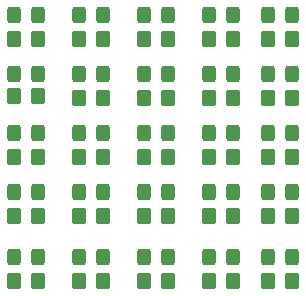
<source format=gbr>
%TF.GenerationSoftware,KiCad,Pcbnew,7.0.6-7.0.6~ubuntu20.04.1*%
%TF.CreationDate,2023-07-18T17:21:29-05:00*%
%TF.ProjectId,basic_microcontroller,62617369-635f-46d6-9963-726f636f6e74,rev?*%
%TF.SameCoordinates,Original*%
%TF.FileFunction,Paste,Bot*%
%TF.FilePolarity,Positive*%
%FSLAX46Y46*%
G04 Gerber Fmt 4.6, Leading zero omitted, Abs format (unit mm)*
G04 Created by KiCad (PCBNEW 7.0.6-7.0.6~ubuntu20.04.1) date 2023-07-18 17:21:29*
%MOMM*%
%LPD*%
G01*
G04 APERTURE LIST*
G04 Aperture macros list*
%AMRoundRect*
0 Rectangle with rounded corners*
0 $1 Rounding radius*
0 $2 $3 $4 $5 $6 $7 $8 $9 X,Y pos of 4 corners*
0 Add a 4 corners polygon primitive as box body*
4,1,4,$2,$3,$4,$5,$6,$7,$8,$9,$2,$3,0*
0 Add four circle primitives for the rounded corners*
1,1,$1+$1,$2,$3*
1,1,$1+$1,$4,$5*
1,1,$1+$1,$6,$7*
1,1,$1+$1,$8,$9*
0 Add four rect primitives between the rounded corners*
20,1,$1+$1,$2,$3,$4,$5,0*
20,1,$1+$1,$4,$5,$6,$7,0*
20,1,$1+$1,$6,$7,$8,$9,0*
20,1,$1+$1,$8,$9,$2,$3,0*%
G04 Aperture macros list end*
%ADD10RoundRect,0.250000X0.325000X0.450000X-0.325000X0.450000X-0.325000X-0.450000X0.325000X-0.450000X0*%
%ADD11RoundRect,0.250000X0.350000X0.450000X-0.350000X0.450000X-0.350000X-0.450000X0.350000X-0.450000X0*%
G04 APERTURE END LIST*
D10*
%TO.C,D25*%
X145525000Y-110500000D03*
X143475000Y-110500000D03*
%TD*%
%TO.C,D13*%
X156525000Y-100000000D03*
X154475000Y-100000000D03*
%TD*%
D11*
%TO.C,R21*%
X145500000Y-102000000D03*
X143500000Y-102000000D03*
%TD*%
%TO.C,R24*%
X156500000Y-107000000D03*
X154500000Y-107000000D03*
%TD*%
D10*
%TO.C,D5*%
X145525000Y-90000000D03*
X143475000Y-90000000D03*
%TD*%
D11*
%TO.C,R18*%
X161500000Y-102000000D03*
X159500000Y-102000000D03*
%TD*%
D10*
%TO.C,D17*%
X161525000Y-105000000D03*
X159475000Y-105000000D03*
%TD*%
D11*
%TO.C,R20*%
X151000000Y-102000000D03*
X149000000Y-102000000D03*
%TD*%
D10*
%TO.C,D18*%
X156525000Y-105000000D03*
X154475000Y-105000000D03*
%TD*%
D11*
%TO.C,R15*%
X151000000Y-97000000D03*
X149000000Y-97000000D03*
%TD*%
%TO.C,R16*%
X145500000Y-97000000D03*
X143500000Y-97000000D03*
%TD*%
D10*
%TO.C,D23*%
X156525000Y-110500000D03*
X154475000Y-110500000D03*
%TD*%
D11*
%TO.C,R25*%
X151000000Y-107000000D03*
X149000000Y-107000000D03*
%TD*%
D10*
%TO.C,D4*%
X151025000Y-90000000D03*
X148975000Y-90000000D03*
%TD*%
%TO.C,D26*%
X140025000Y-110500000D03*
X137975000Y-110500000D03*
%TD*%
D11*
%TO.C,R12*%
X140000000Y-92000000D03*
X138000000Y-92000000D03*
%TD*%
D10*
%TO.C,D19*%
X151025000Y-105000000D03*
X148975000Y-105000000D03*
%TD*%
D11*
%TO.C,R23*%
X161500000Y-107000000D03*
X159500000Y-107000000D03*
%TD*%
%TO.C,R11*%
X145500000Y-92000000D03*
X143500000Y-92000000D03*
%TD*%
%TO.C,R8*%
X161500000Y-92000000D03*
X159500000Y-92000000D03*
%TD*%
%TO.C,R30*%
X151000000Y-112500000D03*
X149000000Y-112500000D03*
%TD*%
%TO.C,R29*%
X156500000Y-112500000D03*
X154500000Y-112500000D03*
%TD*%
D10*
%TO.C,D14*%
X151025000Y-100000000D03*
X148975000Y-100000000D03*
%TD*%
D11*
%TO.C,R14*%
X156500000Y-97000000D03*
X154500000Y-97000000D03*
%TD*%
%TO.C,R9*%
X156500000Y-92000000D03*
X154500000Y-92000000D03*
%TD*%
D10*
%TO.C,D10*%
X145525000Y-95000000D03*
X143475000Y-95000000D03*
%TD*%
%TO.C,D16*%
X140025000Y-100000000D03*
X137975000Y-100000000D03*
%TD*%
%TO.C,D21*%
X140025000Y-105000000D03*
X137975000Y-105000000D03*
%TD*%
D11*
%TO.C,R10*%
X151000000Y-92000000D03*
X149000000Y-92000000D03*
%TD*%
%TO.C,R13*%
X161500000Y-97000000D03*
X159500000Y-97000000D03*
%TD*%
D10*
%TO.C,D7*%
X161525000Y-95000000D03*
X159475000Y-95000000D03*
%TD*%
%TO.C,D12*%
X161525000Y-100000000D03*
X159475000Y-100000000D03*
%TD*%
%TO.C,D8*%
X156525000Y-95000000D03*
X154475000Y-95000000D03*
%TD*%
%TO.C,D20*%
X145525000Y-105000000D03*
X143475000Y-105000000D03*
%TD*%
D11*
%TO.C,R32*%
X140000000Y-112500000D03*
X138000000Y-112500000D03*
%TD*%
D10*
%TO.C,D22*%
X161525000Y-110500000D03*
X159475000Y-110500000D03*
%TD*%
%TO.C,D6*%
X140025000Y-90000000D03*
X137975000Y-90000000D03*
%TD*%
%TO.C,D24*%
X151025000Y-110500000D03*
X148975000Y-110500000D03*
%TD*%
D11*
%TO.C,R17*%
X140000000Y-96900000D03*
X138000000Y-96900000D03*
%TD*%
%TO.C,R26*%
X145500000Y-107000000D03*
X143500000Y-107000000D03*
%TD*%
D10*
%TO.C,D9*%
X151025000Y-95000000D03*
X148975000Y-95000000D03*
%TD*%
%TO.C,D2*%
X161525000Y-90000000D03*
X159475000Y-90000000D03*
%TD*%
D11*
%TO.C,R22*%
X140000000Y-102000000D03*
X138000000Y-102000000D03*
%TD*%
%TO.C,R31*%
X145500000Y-112500000D03*
X143500000Y-112500000D03*
%TD*%
D10*
%TO.C,D3*%
X156525000Y-90000000D03*
X154475000Y-90000000D03*
%TD*%
%TO.C,D11*%
X140025000Y-95000000D03*
X137975000Y-95000000D03*
%TD*%
D11*
%TO.C,R28*%
X161500000Y-112500000D03*
X159500000Y-112500000D03*
%TD*%
%TO.C,R19*%
X156500000Y-102000000D03*
X154500000Y-102000000D03*
%TD*%
D10*
%TO.C,D15*%
X145525000Y-100000000D03*
X143475000Y-100000000D03*
%TD*%
D11*
%TO.C,R27*%
X140000000Y-107000000D03*
X138000000Y-107000000D03*
%TD*%
M02*

</source>
